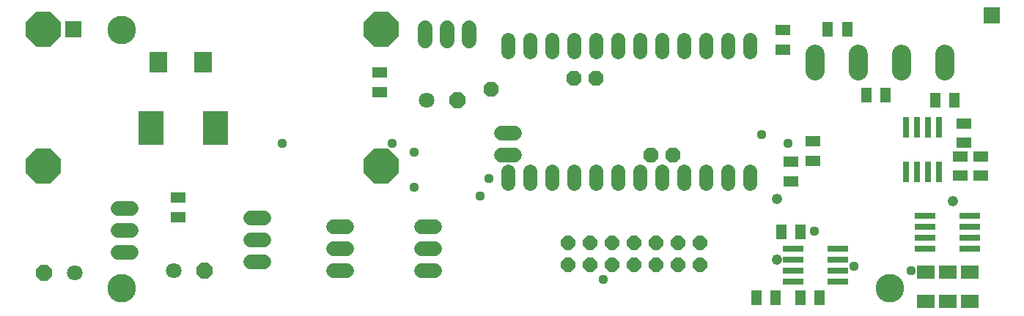
<source format=gbs>
G75*
G70*
%OFA0B0*%
%FSLAX24Y24*%
%IPPOS*%
%LPD*%
%AMOC8*
5,1,8,0,0,1.08239X$1,22.5*
%
%ADD10C,0.1300*%
%ADD11R,0.0946X0.0316*%
%ADD12R,0.0710X0.0491*%
%ADD13R,0.0491X0.0710*%
%ADD14R,0.0789X0.0631*%
%ADD15R,0.0316X0.0946*%
%ADD16OC8,0.0640*%
%ADD17R,0.0789X0.0946*%
%ADD18R,0.1182X0.1576*%
%ADD19OC8,0.1580*%
%ADD20C,0.0680*%
%ADD21R,0.0750X0.0750*%
%ADD22C,0.0860*%
%ADD23C,0.0640*%
%ADD24OC8,0.0710*%
%ADD25C,0.0710*%
%ADD26OC8,0.0680*%
%ADD27C,0.0437*%
%ADD28C,0.0476*%
D10*
X005315Y001422D03*
X040247Y001422D03*
X005315Y013172D03*
D11*
X035841Y003222D03*
X035841Y002722D03*
X035841Y002222D03*
X035841Y001722D03*
X037888Y001722D03*
X037888Y002222D03*
X037888Y002722D03*
X037888Y003222D03*
X041841Y003222D03*
X041841Y003722D03*
X041841Y004222D03*
X041841Y004722D03*
X043888Y004722D03*
X043888Y004222D03*
X043888Y003722D03*
X043888Y003222D03*
D12*
X035752Y006288D03*
X035752Y007175D03*
X036740Y007216D03*
X036740Y008103D03*
X043427Y007415D03*
X044365Y007415D03*
X043615Y008028D03*
X043615Y008915D03*
X043427Y006528D03*
X044365Y006528D03*
X035365Y012278D03*
X035365Y013165D03*
X017052Y011228D03*
X017052Y010341D03*
X007865Y005540D03*
X007865Y004653D03*
D13*
X034171Y000972D03*
X035059Y000972D03*
X036171Y000972D03*
X037059Y000972D03*
X036184Y003972D03*
X035296Y003972D03*
X042296Y009972D03*
X043184Y009972D03*
X040059Y010222D03*
X039171Y010222D03*
X038309Y013222D03*
X037421Y013222D03*
D14*
X041865Y002141D03*
X042865Y002141D03*
X043865Y002141D03*
X043865Y000802D03*
X042865Y000802D03*
X041865Y000802D03*
D15*
X041990Y006698D03*
X042490Y006698D03*
X041490Y006698D03*
X040990Y006698D03*
X040990Y008745D03*
X041490Y008745D03*
X041990Y008745D03*
X042490Y008745D03*
D16*
X031615Y003472D03*
X030615Y003472D03*
X029615Y003472D03*
X028615Y003472D03*
X027615Y003472D03*
X026615Y003472D03*
X025615Y003472D03*
X025615Y002472D03*
X026615Y002472D03*
X027615Y002472D03*
X028615Y002472D03*
X029615Y002472D03*
X030615Y002472D03*
X031615Y002472D03*
D17*
X008994Y011722D03*
X006986Y011722D03*
D18*
X006658Y008722D03*
X009571Y008722D03*
D19*
X017115Y006972D03*
X001740Y006972D03*
X001740Y013222D03*
X017115Y013222D03*
D20*
X019115Y013272D02*
X019115Y012672D01*
X020115Y012672D02*
X020115Y013272D01*
X021115Y013272D02*
X021115Y012672D01*
X022565Y008472D02*
X023165Y008472D01*
X023165Y007472D02*
X022565Y007472D01*
X019540Y004222D02*
X018940Y004222D01*
X018940Y003222D02*
X019540Y003222D01*
X019540Y002222D02*
X018940Y002222D01*
X015540Y002222D02*
X014940Y002222D01*
X014940Y003222D02*
X015540Y003222D01*
X015540Y004222D02*
X014940Y004222D01*
X011790Y004597D02*
X011190Y004597D01*
X011190Y003597D02*
X011790Y003597D01*
X011790Y002597D02*
X011190Y002597D01*
X005727Y003034D02*
X005127Y003034D01*
X005127Y004034D02*
X005727Y004034D01*
X005727Y005034D02*
X005127Y005034D01*
D21*
X003115Y013222D03*
X044865Y013847D03*
D22*
X042734Y012086D02*
X042734Y011306D01*
X040774Y011306D02*
X040774Y012086D01*
X038794Y012086D02*
X038794Y011306D01*
X036834Y011306D02*
X036834Y012086D01*
D23*
X033865Y012192D02*
X033865Y012752D01*
X032865Y012752D02*
X032865Y012192D01*
X031865Y012192D02*
X031865Y012752D01*
X030865Y012752D02*
X030865Y012192D01*
X029865Y012192D02*
X029865Y012752D01*
X028865Y012752D02*
X028865Y012192D01*
X027865Y012192D02*
X027865Y012752D01*
X026865Y012752D02*
X026865Y012192D01*
X025865Y012192D02*
X025865Y012752D01*
X024865Y012752D02*
X024865Y012192D01*
X023865Y012192D02*
X023865Y012752D01*
X022865Y012752D02*
X022865Y012192D01*
X022865Y006752D02*
X022865Y006192D01*
X023865Y006192D02*
X023865Y006752D01*
X024865Y006752D02*
X024865Y006192D01*
X025865Y006192D02*
X025865Y006752D01*
X026865Y006752D02*
X026865Y006192D01*
X027865Y006192D02*
X027865Y006752D01*
X028865Y006752D02*
X028865Y006192D01*
X029865Y006192D02*
X029865Y006752D01*
X030865Y006752D02*
X030865Y006192D01*
X031865Y006192D02*
X031865Y006752D01*
X032865Y006752D02*
X032865Y006192D01*
X033865Y006192D02*
X033865Y006752D01*
D24*
X020565Y009972D03*
X009065Y002222D03*
X001790Y002097D03*
D25*
X003190Y002097D03*
X007665Y002222D03*
X019165Y009972D03*
D26*
X022115Y010472D03*
X025865Y010972D03*
X026865Y010972D03*
X029365Y007472D03*
X030365Y007472D03*
D27*
X034415Y008422D03*
X035615Y008022D03*
X036815Y004022D03*
X038615Y002422D03*
X041215Y002222D03*
X027215Y001822D03*
X021615Y005622D03*
X022015Y006422D03*
X018615Y006022D03*
X018615Y007622D03*
X017615Y008022D03*
X012615Y008022D03*
D28*
X035115Y005472D03*
X035115Y002722D03*
X043115Y005372D03*
M02*

</source>
